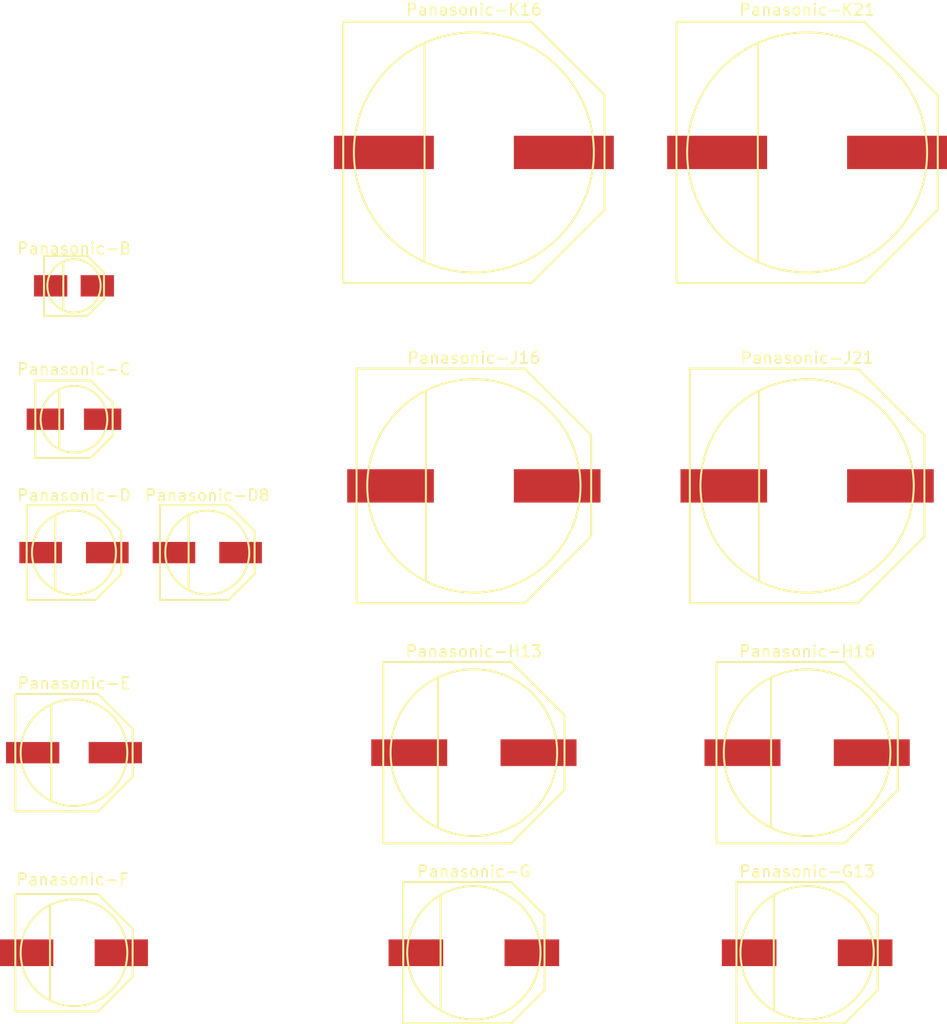
<source format=kicad_pcb>
(kicad_pcb (version 3) (host pcbnew "(2014-jan-25)-product")

  (general
    (links 0)
    (no_connects 0)
    (area 94.196 38.2521 165.754 117.1209)
    (thickness 1.6)
    (drawings 0)
    (tracks 0)
    (zones 0)
    (modules 14)
    (nets 1)
  )

  (page A4)
  (layers
    (15 F.Cu signal)
    (0 B.Cu signal)
    (16 B.Adhes user)
    (17 F.Adhes user)
    (18 B.Paste user)
    (19 F.Paste user)
    (20 B.SilkS user)
    (21 F.SilkS user)
    (22 B.Mask user)
    (23 F.Mask user)
    (24 Dwgs.User user)
    (25 Cmts.User user)
    (26 Eco1.User user)
    (27 Eco2.User user)
    (28 Edge.Cuts user)
  )

  (setup
    (last_trace_width 0.254)
    (trace_clearance 0.254)
    (zone_clearance 0.508)
    (zone_45_only no)
    (trace_min 0.254)
    (segment_width 0.2)
    (edge_width 0.15)
    (via_size 0.889)
    (via_drill 0.635)
    (via_min_size 0.889)
    (via_min_drill 0.508)
    (uvia_size 0.508)
    (uvia_drill 0.127)
    (uvias_allowed no)
    (uvia_min_size 0.508)
    (uvia_min_drill 0.127)
    (pcb_text_width 0.3)
    (pcb_text_size 1 1)
    (mod_edge_width 0.15)
    (mod_text_size 1 1)
    (mod_text_width 0.15)
    (pad_size 7.5 2.5)
    (pad_drill 0)
    (pad_to_mask_clearance 0)
    (aux_axis_origin 0 0)
    (visible_elements FFFFFF7F)
    (pcbplotparams
      (layerselection 3178497)
      (usegerberextensions true)
      (excludeedgelayer true)
      (linewidth 0.150000)
      (plotframeref false)
      (viasonmask false)
      (mode 1)
      (useauxorigin false)
      (hpglpennumber 1)
      (hpglpenspeed 20)
      (hpglpendiameter 15)
      (hpglpenoverlay 2)
      (psnegative false)
      (psa4output false)
      (plotreference true)
      (plotvalue true)
      (plotothertext true)
      (plotinvisibletext false)
      (padsonsilk false)
      (subtractmaskfromsilk false)
      (outputformat 1)
      (mirror false)
      (drillshape 1)
      (scaleselection 1)
      (outputdirectory ""))
  )

  (net 0 "")

  (net_class Default "Это класс цепей по умолчанию."
    (clearance 0.254)
    (trace_width 0.254)
    (via_dia 0.889)
    (via_drill 0.635)
    (uvia_dia 0.508)
    (uvia_drill 0.127)
  )

  (module Capacitors_Alu_SMD:Panasonic-B (layer F.Cu) (tedit 57266E7B) (tstamp 57267D3A)
    (at 100 60)
    (tags "Panasonic Aluminum Electrolytic Capacitors Surface Mount Type")
    (attr smd)
    (fp_text reference Panasonic-B (at 0 -2.8) (layer F.SilkS)
      (effects (font (size 0.862 0.862) (thickness 0.127)))
    )
    (fp_text value VAL** (at 0 2.8) (layer F.SilkS) hide
      (effects (font (size 0.862 0.862) (thickness 0.127)))
    )
    (fp_line (start -0.8 -1.8) (end -0.8 1.8) (layer F.SilkS) (width 0.15))
    (fp_line (start 1 2.25) (end 2.25 1) (layer F.SilkS) (width 0.15))
    (fp_line (start 2.25 -1) (end 1 -2.25) (layer F.SilkS) (width 0.15))
    (fp_circle (center 0 0) (end 2 0) (layer F.SilkS) (width 0.15))
    (fp_line (start -2.25 -2.25) (end 1 -2.25) (layer F.SilkS) (width 0.15))
    (fp_line (start 2.25 -1) (end 2.25 1) (layer F.SilkS) (width 0.15))
    (fp_line (start 1 2.25) (end -2.25 2.25) (layer F.SilkS) (width 0.15))
    (fp_line (start -2.25 2.25) (end -2.25 -2.25) (layer F.SilkS) (width 0.15))
    (pad 1 smd rect (at 1.75 0) (size 2.5 1.6) (layers F.Cu F.Paste F.Mask))
    (pad 2 smd rect (at -1.75 0) (size 2.5 1.6) (layers F.Cu F.Paste F.Mask))
    (model Capacitors_Alu_SMD.3dshapes/Panasonic-B.wrl
      (at (xyz 0 0 0))
      (scale (xyz 1 1 1))
      (rotate (xyz 0 0 0))
    )
  )

  (module Capacitors_Alu_SMD:Panasonic-C (layer F.Cu) (tedit 57266E8C) (tstamp 57267D63)
    (at 100 70)
    (tags "Panasonic Aluminum Electrolytic Capacitors Surface Mount Type")
    (attr smd)
    (fp_text reference Panasonic-C (at 0 -3.75) (layer F.SilkS)
      (effects (font (size 0.862 0.862) (thickness 0.127)))
    )
    (fp_text value VAL** (at 0 3.75) (layer F.SilkS) hide
      (effects (font (size 0.862 0.862) (thickness 0.127)))
    )
    (fp_line (start -1.1 -2.2) (end -1.1 2.2) (layer F.SilkS) (width 0.15))
    (fp_line (start 1.25 -2.9) (end 2.9 -1.25) (layer F.SilkS) (width 0.15))
    (fp_line (start 1.25 2.9) (end 2.9 1.25) (layer F.SilkS) (width 0.15))
    (fp_circle (center 0 0) (end 2.5 0) (layer F.SilkS) (width 0.15))
    (fp_line (start -2.9 -2.9) (end 1.25 -2.9) (layer F.SilkS) (width 0.15))
    (fp_line (start 2.9 -1.25) (end 2.9 1.25) (layer F.SilkS) (width 0.15))
    (fp_line (start 1.25 2.9) (end -2.9 2.9) (layer F.SilkS) (width 0.15))
    (fp_line (start -2.9 2.9) (end -2.9 -2.9) (layer F.SilkS) (width 0.15))
    (pad 1 smd rect (at 2.15 0) (size 2.8 1.6) (layers F.Cu F.Paste F.Mask))
    (pad 2 smd rect (at -2.15 0) (size 2.8 1.6) (layers F.Cu F.Paste F.Mask))
    (model Capacitors_Alu_SMD.3dshapes/Panasonic-C.wrl
      (at (xyz 0 0 0))
      (scale (xyz 1 1 1))
      (rotate (xyz 0 0 0))
    )
  )

  (module Capacitors_Alu_SMD:Panasonic-D (layer F.Cu) (tedit 57266E9D) (tstamp 57267D8C)
    (at 100 80)
    (tags "Panasonic Aluminum Electrolytic Capacitors Surface Mount Type")
    (attr smd)
    (fp_text reference Panasonic-D (at 0 -4.3) (layer F.SilkS)
      (effects (font (size 0.862 0.862) (thickness 0.127)))
    )
    (fp_text value VAL** (at 0 4.4) (layer F.SilkS) hide
      (effects (font (size 0.862 0.862) (thickness 0.127)))
    )
    (fp_line (start -1.4 -2.8) (end -1.4 2.8) (layer F.SilkS) (width 0.15))
    (fp_line (start 3.55 1.6) (end 1.6 3.55) (layer F.SilkS) (width 0.15))
    (fp_line (start 3.55 -1.6) (end 1.6 -3.55) (layer F.SilkS) (width 0.15))
    (fp_circle (center 0 0) (end 3.15 0) (layer F.SilkS) (width 0.15))
    (fp_line (start -3.55 -3.55) (end 1.6 -3.55) (layer F.SilkS) (width 0.15))
    (fp_line (start 3.55 -1.6) (end 3.55 1.6) (layer F.SilkS) (width 0.15))
    (fp_line (start 1.6 3.55) (end -3.55 3.55) (layer F.SilkS) (width 0.15))
    (fp_line (start -3.55 3.55) (end -3.55 -3.55) (layer F.SilkS) (width 0.15))
    (pad 1 smd rect (at 2.5 0) (size 3.2 1.6) (layers F.Cu F.Paste F.Mask))
    (pad 2 smd rect (at -2.5 0) (size 3.2 1.6) (layers F.Cu F.Paste F.Mask))
    (model Capacitors_Alu_SMD.3dshapes/Panasonic-D.wrl
      (at (xyz 0 0 0))
      (scale (xyz 1 1 1))
      (rotate (xyz 0 0 0))
    )
  )

  (module Capacitors_Alu_SMD:Panasonic-D8 (layer F.Cu) (tedit 57266EAE) (tstamp 57267DB5)
    (at 110 80)
    (tags "Panasonic Aluminum Electrolytic Capacitors Surface Mount Type")
    (attr smd)
    (fp_text reference Panasonic-D8 (at 0 -4.3) (layer F.SilkS)
      (effects (font (size 0.862 0.862) (thickness 0.127)))
    )
    (fp_text value VAL** (at 0 4.4) (layer F.SilkS) hide
      (effects (font (size 0.862 0.862) (thickness 0.127)))
    )
    (fp_line (start -1.4 -2.8) (end -1.4 2.8) (layer F.SilkS) (width 0.15))
    (fp_line (start 3.55 1.6) (end 1.6 3.55) (layer F.SilkS) (width 0.15))
    (fp_line (start 3.55 -1.6) (end 1.6 -3.55) (layer F.SilkS) (width 0.15))
    (fp_circle (center 0 0) (end 3.15 0) (layer F.SilkS) (width 0.15))
    (fp_line (start -3.55 -3.55) (end 1.6 -3.55) (layer F.SilkS) (width 0.15))
    (fp_line (start 3.55 -1.6) (end 3.55 1.6) (layer F.SilkS) (width 0.15))
    (fp_line (start 1.6 3.55) (end -3.55 3.55) (layer F.SilkS) (width 0.15))
    (fp_line (start -3.55 3.55) (end -3.55 -3.55) (layer F.SilkS) (width 0.15))
    (pad 1 smd rect (at 2.5 0) (size 3.2 1.6) (layers F.Cu F.Paste F.Mask))
    (pad 2 smd rect (at -2.5 0) (size 3.2 1.6) (layers F.Cu F.Paste F.Mask))
    (model Capacitors_Alu_SMD.3dshapes/Panasonic-D8.wrl
      (at (xyz 0 0 0))
      (scale (xyz 1 1 1))
      (rotate (xyz 0 0 0))
    )
  )

  (module Capacitors_Alu_SMD:Panasonic-E (layer F.Cu) (tedit 57266ED2) (tstamp 57267DDE)
    (at 100 95)
    (tags "Panasonic Aluminum Electrolytic Capacitors Surface Mount Type")
    (attr smd)
    (fp_text reference Panasonic-E (at 0 -5.2) (layer F.SilkS)
      (effects (font (size 0.862 0.862) (thickness 0.127)))
    )
    (fp_text value VAL** (at 0 5.2) (layer F.SilkS) hide
      (effects (font (size 0.862 0.862) (thickness 0.127)))
    )
    (fp_line (start -1.7 -3.6) (end -1.7 3.6) (layer F.SilkS) (width 0.15))
    (fp_line (start 4.4 -1.8) (end 1.8 -4.4) (layer F.SilkS) (width 0.15))
    (fp_line (start 1.8 4.4) (end 4.4 1.8) (layer F.SilkS) (width 0.15))
    (fp_circle (center 0 0) (end 4 0) (layer F.SilkS) (width 0.15))
    (fp_line (start -4.4 -4.4) (end 1.8 -4.4) (layer F.SilkS) (width 0.15))
    (fp_line (start 4.4 -1.8) (end 4.4 1.8) (layer F.SilkS) (width 0.15))
    (fp_line (start 1.8 4.4) (end -4.4 4.4) (layer F.SilkS) (width 0.15))
    (fp_line (start -4.4 4.4) (end -4.4 -4.4) (layer F.SilkS) (width 0.15))
    (pad 1 smd rect (at 3.1 0) (size 4 1.6) (layers F.Cu F.Paste F.Mask))
    (pad 2 smd rect (at -3.1 0) (size 4 1.6) (layers F.Cu F.Paste F.Mask))
    (model Capacitors_Alu_SMD.3dshapes/Panasonic-E.wrl
      (at (xyz 0 0 0))
      (scale (xyz 1 1 1))
      (rotate (xyz 0 0 0))
    )
  )

  (module Capacitors_Alu_SMD:Panasonic-F (layer F.Cu) (tedit 57266EE2) (tstamp 57267E07)
    (at 100 110)
    (tags "Panasonic Aluminum Electrolytic Capacitors Surface Mount Type")
    (attr smd)
    (fp_text reference Panasonic-F (at -0.1 -5.5) (layer F.SilkS)
      (effects (font (size 0.862 0.862) (thickness 0.127)))
    )
    (fp_text value VAL** (at 0 5.6) (layer F.SilkS) hide
      (effects (font (size 0.862 0.862) (thickness 0.127)))
    )
    (fp_line (start -1.8 -3.6) (end -1.8 3.5) (layer F.SilkS) (width 0.15))
    (fp_line (start 4.4 1.8) (end 1.8 4.4) (layer F.SilkS) (width 0.15))
    (fp_line (start 4.4 -1.8) (end 1.8 -4.4) (layer F.SilkS) (width 0.15))
    (fp_circle (center 0 0) (end 4 0) (layer F.SilkS) (width 0.15))
    (fp_line (start -4.4 -4.4) (end 1.8 -4.4) (layer F.SilkS) (width 0.15))
    (fp_line (start 4.4 -1.8) (end 4.4 1.8) (layer F.SilkS) (width 0.15))
    (fp_line (start 1.8 4.4) (end -4.4 4.4) (layer F.SilkS) (width 0.15))
    (fp_line (start -4.4 4.4) (end -4.4 -4.4) (layer F.SilkS) (width 0.15))
    (pad 1 smd rect (at 3.55 0) (size 4 2) (layers F.Cu F.Paste F.Mask))
    (pad 2 smd rect (at -3.55 0) (size 4 2) (layers F.Cu F.Paste F.Mask))
    (model Capacitors_Alu_SMD.3dshapes/Panasonic-F.wrl
      (at (xyz 0 0 0))
      (scale (xyz 1 1 1))
      (rotate (xyz 0 0 0))
    )
  )

  (module Capacitors_Alu_SMD:Panasonic-K16 (layer F.Cu) (tedit 57266FF2) (tstamp 57268282)
    (at 130 50)
    (tags "Panasonic Aluminum Electrolytic Capacitors Surface Mount Type")
    (attr smd)
    (fp_text reference Panasonic-K16 (at 0 -10.7) (layer F.SilkS)
      (effects (font (size 0.862 0.862) (thickness 0.127)))
    )
    (fp_text value VAL** (at 0 10.8) (layer F.SilkS) hide
      (effects (font (size 0.862 0.862) (thickness 0.127)))
    )
    (fp_line (start -3.7 -8.2) (end -3.7 8.2) (layer F.SilkS) (width 0.15))
    (fp_line (start 9.8 -4.3) (end 4.3 -9.8) (layer F.SilkS) (width 0.15))
    (fp_line (start 4.3 9.8) (end 9.8 4.3) (layer F.SilkS) (width 0.15))
    (fp_circle (center 0 0) (end 9 0) (layer F.SilkS) (width 0.15))
    (fp_line (start -9.8 -9.8) (end 4.3 -9.8) (layer F.SilkS) (width 0.15))
    (fp_line (start 9.8 -4.3) (end 9.8 4.3) (layer F.SilkS) (width 0.15))
    (fp_line (start 4.3 9.8) (end -9.8 9.8) (layer F.SilkS) (width 0.15))
    (fp_line (start -9.8 9.8) (end -9.8 -9.8) (layer F.SilkS) (width 0.15))
    (pad 1 smd rect (at 6.75 0) (size 7.5 2.5) (layers F.Cu F.Paste F.Mask))
    (pad 2 smd rect (at -6.75 0) (size 7.5 2.5) (layers F.Cu F.Paste F.Mask))
    (model Capacitors_Alu_SMD.3dshapes/Panasonic-K16.wrl
      (at (xyz 0 0 0))
      (scale (xyz 1 1 1))
      (rotate (xyz 0 0 0))
    )
  )

  (module Capacitors_Alu_SMD:Panasonic-J16 (layer F.Cu) (tedit 57266FA6) (tstamp 57268094)
    (at 130 75)
    (tags "Panasonic Aluminum Electrolytic Capacitors Surface Mount Type")
    (attr smd)
    (fp_text reference Panasonic-J16 (at 0 -9.6) (layer F.SilkS)
      (effects (font (size 0.862 0.862) (thickness 0.127)))
    )
    (fp_text value VAL** (at 0 9.7) (layer F.SilkS) hide
      (effects (font (size 0.862 0.862) (thickness 0.127)))
    )
    (fp_line (start -3.6 -7.1) (end -3.6 7.1) (layer F.SilkS) (width 0.15))
    (fp_line (start 8.8 -3.8) (end 3.8 -8.8) (layer F.SilkS) (width 0.15))
    (fp_line (start 3.8 8.8) (end 8.8 3.8) (layer F.SilkS) (width 0.15))
    (fp_circle (center 0 0) (end 8 0) (layer F.SilkS) (width 0.15))
    (fp_line (start -8.8 -8.8) (end 3.8 -8.8) (layer F.SilkS) (width 0.15))
    (fp_line (start 8.8 -3.8) (end 8.8 3.8) (layer F.SilkS) (width 0.15))
    (fp_line (start 3.8 8.8) (end -8.8 8.8) (layer F.SilkS) (width 0.15))
    (fp_line (start -8.8 8.8) (end -8.8 -8.8) (layer F.SilkS) (width 0.15))
    (pad 1 smd rect (at 6.25 0) (size 6.5 2.5) (layers F.Cu F.Paste F.Mask))
    (pad 2 smd rect (at -6.25 0) (size 6.5 2.5) (layers F.Cu F.Paste F.Mask))
    (model Capacitors_Alu_SMD.3dshapes/Panasonic-J16.wrl
      (at (xyz 0 0 0))
      (scale (xyz 1 1 1))
      (rotate (xyz 0 0 0))
    )
  )

  (module Capacitors_Alu_SMD:Panasonic-H13 (layer F.Cu) (tedit 57266F45) (tstamp 57266AD4)
    (at 130 95)
    (tags "Panasonic Aluminum Electrolytic Capacitors Surface Mount Type")
    (attr smd)
    (fp_text reference Panasonic-H13 (at 0 -7.6) (layer F.SilkS)
      (effects (font (size 0.862 0.862) (thickness 0.127)))
    )
    (fp_text value VAL** (at 0 7.7) (layer F.SilkS) hide
      (effects (font (size 0.862 0.862) (thickness 0.127)))
    )
    (fp_line (start -2.7 -5.6) (end -2.7 5.6) (layer F.SilkS) (width 0.15))
    (fp_line (start 6.8 -2.8) (end 2.8 -6.8) (layer F.SilkS) (width 0.15))
    (fp_line (start 2.8 6.8) (end 6.8 2.8) (layer F.SilkS) (width 0.15))
    (fp_circle (center 0 0) (end 6.25 0) (layer F.SilkS) (width 0.15))
    (fp_line (start -6.8 -6.8) (end 2.8 -6.8) (layer F.SilkS) (width 0.15))
    (fp_line (start 6.8 -2.8) (end 6.8 2.8) (layer F.SilkS) (width 0.15))
    (fp_line (start 2.8 6.8) (end -6.8 6.8) (layer F.SilkS) (width 0.15))
    (fp_line (start -6.8 6.8) (end -6.8 -6.8) (layer F.SilkS) (width 0.15))
    (pad 1 smd rect (at 4.85 0) (size 5.7 2) (layers F.Cu F.Paste F.Mask))
    (pad 2 smd rect (at -4.85 0) (size 5.7 2) (layers F.Cu F.Paste F.Mask))
    (model Capacitors_Alu_SMD.3dshapes/Panasonic-H13.wrl
      (at (xyz 0 0 0))
      (scale (xyz 1 1 1))
      (rotate (xyz 0 0 0))
    )
  )

  (module Capacitors_Alu_SMD:Panasonic-G (layer F.Cu) (tedit 57266EF4) (tstamp 57267E7A)
    (at 130 110)
    (tags "Panasonic Aluminum Electrolytic Capacitors Surface Mount Type")
    (attr smd)
    (fp_text reference Panasonic-G (at 0 -6.1) (layer F.SilkS)
      (effects (font (size 0.862 0.862) (thickness 0.127)))
    )
    (fp_text value VAL** (at 0 6.2) (layer F.SilkS) hide
      (effects (font (size 0.862 0.862) (thickness 0.127)))
    )
    (fp_line (start -2.5 -4.3) (end -2.5 4.3) (layer F.SilkS) (width 0.15))
    (fp_line (start 5.3 -2.8) (end 2.8 -5.3) (layer F.SilkS) (width 0.15))
    (fp_line (start 2.8 5.3) (end 5.3 2.8) (layer F.SilkS) (width 0.15))
    (fp_circle (center 0 0) (end 5 0) (layer F.SilkS) (width 0.15))
    (fp_line (start -5.3 -5.3) (end 2.8 -5.3) (layer F.SilkS) (width 0.15))
    (fp_line (start 5.3 -2.8) (end 5.3 2.8) (layer F.SilkS) (width 0.15))
    (fp_line (start 2.8 5.3) (end -5.3 5.3) (layer F.SilkS) (width 0.15))
    (fp_line (start -5.3 5.3) (end -5.3 -5.3) (layer F.SilkS) (width 0.15))
    (pad 1 smd rect (at 4.35 0) (size 4.1 2) (layers F.Cu F.Paste F.Mask))
    (pad 2 smd rect (at -4.35 0) (size 4.1 2) (layers F.Cu F.Paste F.Mask))
    (model Capacitors_Alu_SMD.3dshapes/Panasonic-G.wrl
      (at (xyz 0 0 0))
      (scale (xyz 1 1 1))
      (rotate (xyz 0 0 0))
    )
  )

  (module Capacitors_Alu_SMD:Panasonic-G13 (layer F.Cu) (tedit 57266F05) (tstamp 57267EC0)
    (at 155 110)
    (tags "Panasonic Aluminum Electrolytic Capacitors Surface Mount Type")
    (attr smd)
    (fp_text reference Panasonic-G13 (at 0 -6.1) (layer F.SilkS)
      (effects (font (size 0.862 0.862) (thickness 0.127)))
    )
    (fp_text value VAL** (at 0 6.2) (layer F.SilkS) hide
      (effects (font (size 0.862 0.862) (thickness 0.127)))
    )
    (fp_line (start -2.5 -4.3) (end -2.5 4.3) (layer F.SilkS) (width 0.15))
    (fp_line (start 5.3 -2.8) (end 2.8 -5.3) (layer F.SilkS) (width 0.15))
    (fp_line (start 2.8 5.3) (end 5.3 2.8) (layer F.SilkS) (width 0.15))
    (fp_circle (center 0 0) (end 5 0) (layer F.SilkS) (width 0.15))
    (fp_line (start -5.3 -5.3) (end 2.8 -5.3) (layer F.SilkS) (width 0.15))
    (fp_line (start 5.3 -2.8) (end 5.3 2.8) (layer F.SilkS) (width 0.15))
    (fp_line (start 2.8 5.3) (end -5.3 5.3) (layer F.SilkS) (width 0.15))
    (fp_line (start -5.3 5.3) (end -5.3 -5.3) (layer F.SilkS) (width 0.15))
    (pad 1 smd rect (at 4.35 0) (size 4.1 2) (layers F.Cu F.Paste F.Mask))
    (pad 2 smd rect (at -4.35 0) (size 4.1 2) (layers F.Cu F.Paste F.Mask))
    (model Capacitors_Alu_SMD.3dshapes/Panasonic-G13.wrl
      (at (xyz 0 0 0))
      (scale (xyz 1 1 1))
      (rotate (xyz 0 0 0))
    )
  )

  (module Capacitors_Alu_SMD:Panasonic-H16 (layer F.Cu) (tedit 57266F74) (tstamp 57267FB2)
    (at 155 95)
    (tags "Panasonic Aluminum Electrolytic Capacitors Surface Mount Type")
    (attr smd)
    (fp_text reference Panasonic-H16 (at 0 -7.6) (layer F.SilkS)
      (effects (font (size 0.862 0.862) (thickness 0.127)))
    )
    (fp_text value VAL** (at 0 7.7) (layer F.SilkS) hide
      (effects (font (size 0.862 0.862) (thickness 0.127)))
    )
    (fp_line (start -2.7 -5.6) (end -2.7 5.6) (layer F.SilkS) (width 0.15))
    (fp_line (start 6.8 -2.8) (end 2.8 -6.8) (layer F.SilkS) (width 0.15))
    (fp_line (start 2.8 6.8) (end 6.8 2.8) (layer F.SilkS) (width 0.15))
    (fp_circle (center 0 0) (end 6.25 0) (layer F.SilkS) (width 0.15))
    (fp_line (start -6.8 -6.8) (end 2.8 -6.8) (layer F.SilkS) (width 0.15))
    (fp_line (start 6.8 -2.8) (end 6.8 2.8) (layer F.SilkS) (width 0.15))
    (fp_line (start 2.8 6.8) (end -6.8 6.8) (layer F.SilkS) (width 0.15))
    (fp_line (start -6.8 6.8) (end -6.8 -6.8) (layer F.SilkS) (width 0.15))
    (pad 1 smd rect (at 4.85 0) (size 5.7 2) (layers F.Cu F.Paste F.Mask))
    (pad 2 smd rect (at -4.85 0) (size 5.7 2) (layers F.Cu F.Paste F.Mask))
    (model Capacitors_Alu_SMD.3dshapes/Panasonic-H16.wrl
      (at (xyz 0 0 0))
      (scale (xyz 1 1 1))
      (rotate (xyz 0 0 0))
    )
  )

  (module Capacitors_Alu_SMD:Panasonic-J21 (layer F.Cu) (tedit 57266FCF) (tstamp 57268185)
    (at 155 75)
    (tags "Panasonic Aluminum Electrolytic Capacitors Surface Mount Type")
    (attr smd)
    (fp_text reference Panasonic-J21 (at 0 -9.6) (layer F.SilkS)
      (effects (font (size 0.862 0.862) (thickness 0.127)))
    )
    (fp_text value VAL** (at 0 9.7) (layer F.SilkS) hide
      (effects (font (size 0.862 0.862) (thickness 0.127)))
    )
    (fp_line (start -3.6 -7.1) (end -3.6 7.1) (layer F.SilkS) (width 0.15))
    (fp_line (start 8.8 -3.8) (end 3.8 -8.8) (layer F.SilkS) (width 0.15))
    (fp_line (start 3.8 8.8) (end 8.8 3.8) (layer F.SilkS) (width 0.15))
    (fp_circle (center 0 0) (end 8 0) (layer F.SilkS) (width 0.15))
    (fp_line (start -8.8 -8.8) (end 3.8 -8.8) (layer F.SilkS) (width 0.15))
    (fp_line (start 8.8 -3.8) (end 8.8 3.8) (layer F.SilkS) (width 0.15))
    (fp_line (start 3.8 8.8) (end -8.8 8.8) (layer F.SilkS) (width 0.15))
    (fp_line (start -8.8 8.8) (end -8.8 -8.8) (layer F.SilkS) (width 0.15))
    (pad 1 smd rect (at 6.25 0) (size 6.5 2.5) (layers F.Cu F.Paste F.Mask))
    (pad 2 smd rect (at -6.25 0) (size 6.5 2.5) (layers F.Cu F.Paste F.Mask))
    (model Capacitors_Alu_SMD.3dshapes/Panasonic-J21.wrl
      (at (xyz 0 0 0))
      (scale (xyz 1 1 1))
      (rotate (xyz 0 0 0))
    )
  )

  (module Capacitors_Alu_SMD:Panasonic-K21 (layer F.Cu) (tedit 57267015) (tstamp 57268373)
    (at 155 50)
    (tags "Panasonic Aluminum Electrolytic Capacitors Surface Mount Type")
    (attr smd)
    (fp_text reference Panasonic-K21 (at 0 -10.7) (layer F.SilkS)
      (effects (font (size 0.862 0.862) (thickness 0.127)))
    )
    (fp_text value VAL** (at 0 10.8) (layer F.SilkS) hide
      (effects (font (size 0.862 0.862) (thickness 0.127)))
    )
    (fp_line (start -3.7 -8.2) (end -3.7 8.2) (layer F.SilkS) (width 0.15))
    (fp_line (start 9.8 -4.3) (end 4.3 -9.8) (layer F.SilkS) (width 0.15))
    (fp_line (start 4.3 9.8) (end 9.8 4.3) (layer F.SilkS) (width 0.15))
    (fp_circle (center 0 0) (end 9 0) (layer F.SilkS) (width 0.15))
    (fp_line (start -9.8 -9.8) (end 4.3 -9.8) (layer F.SilkS) (width 0.15))
    (fp_line (start 9.8 -4.3) (end 9.8 4.3) (layer F.SilkS) (width 0.15))
    (fp_line (start 4.3 9.8) (end -9.8 9.8) (layer F.SilkS) (width 0.15))
    (fp_line (start -9.8 9.8) (end -9.8 -9.8) (layer F.SilkS) (width 0.15))
    (pad 1 smd rect (at 6.75 0) (size 7.5 2.5) (layers F.Cu F.Paste F.Mask))
    (pad 2 smd rect (at -6.75 0) (size 7.5 2.5) (layers F.Cu F.Paste F.Mask))
    (model Capacitors_Alu_SMD.3dshapes/Panasonic-K21.wrl
      (at (xyz 0 0 0))
      (scale (xyz 1 1 1))
      (rotate (xyz 0 0 0))
    )
  )

)

</source>
